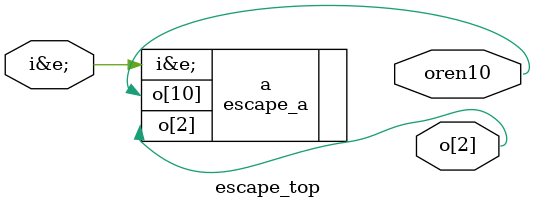
<source format=v>
module escape_top (/*AUTOARG*/
                   // Outputs
                   \oren10 , \o[2] ,
                   // Inputs
                   \i&e; 
                   );
   
   /*AUTOINPUT*/
   // Beginning of automatic inputs (from unused autoinst inputs)
   input \i&e; ;                        // To a of escape_a.v
   // End of automatics
   /*AUTOOUTPUT*/
   // Beginning of automatic outputs (from unused autoinst outputs)
   output \o[2] ;   // From a of escape_a.v
   output \oren10 ; // From a of escape_a.v
   // End of automatics
   
   /* escape_a AUTO_TEMPLATE(
    .\(.*o.*10.*\)              (\\oren10 ),
    ); */
   
   escape_a a (/*AUTOINST*/
               // Outputs
               .\o[10]                  (\oren10 ),              // Templated
               .\o[2]                   (\o[2] ),
               // Inputs
               .\i&e;                   (\i&e; ));
   
endmodule

</source>
